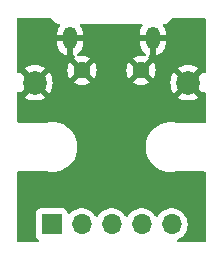
<source format=gbl>
G04 #@! TF.GenerationSoftware,KiCad,Pcbnew,(6.0.4-0)*
G04 #@! TF.CreationDate,2022-10-21T13:57:14+02:00*
G04 #@! TF.ProjectId,SL_MicroUSB-Breakout,534c5f4d-6963-4726-9f55-53422d427265,rev?*
G04 #@! TF.SameCoordinates,Original*
G04 #@! TF.FileFunction,Copper,L2,Bot*
G04 #@! TF.FilePolarity,Positive*
%FSLAX46Y46*%
G04 Gerber Fmt 4.6, Leading zero omitted, Abs format (unit mm)*
G04 Created by KiCad (PCBNEW (6.0.4-0)) date 2022-10-21 13:57:14*
%MOMM*%
%LPD*%
G01*
G04 APERTURE LIST*
G04 #@! TA.AperFunction,ComponentPad*
%ADD10O,1.200000X1.900000*%
G04 #@! TD*
G04 #@! TA.AperFunction,ComponentPad*
%ADD11C,1.450000*%
G04 #@! TD*
G04 #@! TA.AperFunction,ComponentPad*
%ADD12R,1.700000X1.700000*%
G04 #@! TD*
G04 #@! TA.AperFunction,ComponentPad*
%ADD13O,1.700000X1.700000*%
G04 #@! TD*
G04 #@! TA.AperFunction,ComponentPad*
%ADD14C,2.000000*%
G04 #@! TD*
G04 APERTURE END LIST*
D10*
X148500000Y-95762500D03*
X141500000Y-95762500D03*
D11*
X147500000Y-98462500D03*
X142500000Y-98462500D03*
D12*
X139925000Y-111500000D03*
D13*
X142465000Y-111500000D03*
X145005000Y-111500000D03*
X147545000Y-111500000D03*
X150085000Y-111500000D03*
D14*
X138500000Y-99500000D03*
X151500000Y-99500000D03*
G04 #@! TA.AperFunction,Conductor*
G36*
X139805303Y-94028502D02*
G01*
X139826277Y-94045405D01*
X140090182Y-94309310D01*
X140097799Y-94318846D01*
X140098169Y-94318531D01*
X140103984Y-94325364D01*
X140108776Y-94332958D01*
X140120799Y-94343576D01*
X140149116Y-94368585D01*
X140154803Y-94373931D01*
X140166255Y-94385383D01*
X140169846Y-94388074D01*
X140169848Y-94388076D01*
X140174630Y-94391660D01*
X140182473Y-94398045D01*
X140186821Y-94401885D01*
X140217951Y-94429378D01*
X140226078Y-94433194D01*
X140228534Y-94434807D01*
X140243547Y-94443829D01*
X140246118Y-94445237D01*
X140253296Y-94450616D01*
X140261696Y-94453765D01*
X140261698Y-94453766D01*
X140297640Y-94467239D01*
X140306943Y-94471159D01*
X140349800Y-94491281D01*
X140358669Y-94492662D01*
X140361495Y-94493526D01*
X140378399Y-94497960D01*
X140381275Y-94498592D01*
X140389684Y-94501745D01*
X140398634Y-94502410D01*
X140436906Y-94505254D01*
X140446952Y-94506408D01*
X140455575Y-94507751D01*
X140455578Y-94507751D01*
X140460386Y-94508500D01*
X140475906Y-94508500D01*
X140485243Y-94508846D01*
X140534941Y-94512539D01*
X140534830Y-94514038D01*
X140594590Y-94527247D01*
X140644624Y-94577617D01*
X140659483Y-94647041D01*
X140632716Y-94715725D01*
X140623263Y-94727695D01*
X140515079Y-94895241D01*
X140509583Y-94905845D01*
X140435039Y-95090812D01*
X140431645Y-95102270D01*
X140393143Y-95299428D01*
X140392066Y-95308291D01*
X140392000Y-95311000D01*
X140392000Y-95490385D01*
X140396475Y-95505624D01*
X140397865Y-95506829D01*
X140405548Y-95508500D01*
X142589885Y-95508500D01*
X142605124Y-95504025D01*
X142606329Y-95502635D01*
X142608000Y-95494952D01*
X142608000Y-95362668D01*
X142607715Y-95356692D01*
X142593529Y-95208006D01*
X142591270Y-95196272D01*
X142535128Y-95004901D01*
X142530698Y-94993825D01*
X142439381Y-94816522D01*
X142432931Y-94806476D01*
X142358981Y-94712333D01*
X142332631Y-94646407D01*
X142346106Y-94576701D01*
X142395128Y-94525346D01*
X142458067Y-94508500D01*
X147536481Y-94508500D01*
X147604602Y-94528502D01*
X147651095Y-94582158D01*
X147661199Y-94652432D01*
X147632226Y-94711923D01*
X147634377Y-94713622D01*
X147623262Y-94727696D01*
X147515079Y-94895241D01*
X147509583Y-94905845D01*
X147435039Y-95090812D01*
X147431645Y-95102270D01*
X147393143Y-95299428D01*
X147392066Y-95308291D01*
X147392000Y-95311000D01*
X147392000Y-95490385D01*
X147396475Y-95505624D01*
X147397865Y-95506829D01*
X147405548Y-95508500D01*
X149589885Y-95508500D01*
X149605124Y-95504025D01*
X149606329Y-95502635D01*
X149608000Y-95494952D01*
X149608000Y-95362668D01*
X149607715Y-95356692D01*
X149593529Y-95208006D01*
X149591270Y-95196272D01*
X149535128Y-95004901D01*
X149530698Y-94993825D01*
X149439381Y-94816522D01*
X149432931Y-94806476D01*
X149361199Y-94715157D01*
X149334849Y-94649232D01*
X149348324Y-94579525D01*
X149397345Y-94528170D01*
X149458938Y-94514306D01*
X149458800Y-94512074D01*
X149512508Y-94508742D01*
X149520310Y-94508500D01*
X149536513Y-94508500D01*
X149545429Y-94507223D01*
X149546878Y-94507016D01*
X149556928Y-94505987D01*
X149595216Y-94503611D01*
X149604177Y-94503055D01*
X149612623Y-94500006D01*
X149615514Y-94499407D01*
X149632480Y-94495178D01*
X149635305Y-94494352D01*
X149644187Y-94493080D01*
X149687298Y-94473478D01*
X149696649Y-94469672D01*
X149698475Y-94469013D01*
X149741181Y-94453596D01*
X149748429Y-94448301D01*
X149751027Y-94446920D01*
X149766145Y-94438085D01*
X149768614Y-94436506D01*
X149776782Y-94432792D01*
X149812653Y-94401884D01*
X149820569Y-94395599D01*
X149827615Y-94390452D01*
X149827620Y-94390447D01*
X149831552Y-94387575D01*
X149842527Y-94376600D01*
X149849375Y-94370242D01*
X149880323Y-94343576D01*
X149880324Y-94343575D01*
X149887127Y-94337713D01*
X149892011Y-94330178D01*
X149897451Y-94323942D01*
X149907056Y-94312071D01*
X150173724Y-94045404D01*
X150236036Y-94011379D01*
X150262819Y-94008500D01*
X152865500Y-94008500D01*
X152933621Y-94028502D01*
X152980114Y-94082158D01*
X152991500Y-94134500D01*
X152991500Y-98601013D01*
X152971498Y-98669134D01*
X152917842Y-98715627D01*
X152847568Y-98725731D01*
X152782988Y-98696237D01*
X152758068Y-98666849D01*
X152742567Y-98641554D01*
X152732110Y-98632093D01*
X152723334Y-98635876D01*
X151872022Y-99487188D01*
X151864408Y-99501132D01*
X151864539Y-99502965D01*
X151868790Y-99509580D01*
X152720290Y-100361080D01*
X152732670Y-100367840D01*
X152740319Y-100362114D01*
X152758068Y-100333151D01*
X152810716Y-100285520D01*
X152880757Y-100273914D01*
X152945955Y-100302018D01*
X152985608Y-100360909D01*
X152991500Y-100398987D01*
X152991500Y-102765500D01*
X152971498Y-102833621D01*
X152917842Y-102880114D01*
X152865500Y-102891500D01*
X150470249Y-102891500D01*
X150443407Y-102888608D01*
X150364933Y-102871498D01*
X150308736Y-102859245D01*
X150277685Y-102856801D01*
X150085718Y-102841693D01*
X150085709Y-102841693D01*
X150083261Y-102841500D01*
X149927729Y-102841500D01*
X149925593Y-102841646D01*
X149925582Y-102841646D01*
X149717452Y-102855835D01*
X149717446Y-102855836D01*
X149713175Y-102856127D01*
X149708980Y-102856996D01*
X149708978Y-102856996D01*
X149597345Y-102880114D01*
X149431658Y-102914426D01*
X149160657Y-103010393D01*
X149156848Y-103012359D01*
X149007855Y-103089260D01*
X148905188Y-103142250D01*
X148901687Y-103144711D01*
X148901683Y-103144713D01*
X148787582Y-103224905D01*
X148669977Y-103307559D01*
X148654892Y-103321577D01*
X148546974Y-103421861D01*
X148459378Y-103503260D01*
X148277287Y-103725732D01*
X148127073Y-103970858D01*
X148011517Y-104234102D01*
X147932756Y-104510594D01*
X147892249Y-104795216D01*
X147892227Y-104799505D01*
X147892226Y-104799512D01*
X147890765Y-105078417D01*
X147890743Y-105082703D01*
X147928268Y-105367734D01*
X148004129Y-105645036D01*
X148116923Y-105909476D01*
X148264561Y-106156161D01*
X148444313Y-106380528D01*
X148652851Y-106578423D01*
X148886317Y-106746186D01*
X148890112Y-106748195D01*
X148890113Y-106748196D01*
X148911869Y-106759715D01*
X149140392Y-106880712D01*
X149410373Y-106979511D01*
X149691264Y-107040755D01*
X149716270Y-107042723D01*
X149914282Y-107058307D01*
X149914291Y-107058307D01*
X149916739Y-107058500D01*
X150072271Y-107058500D01*
X150074407Y-107058354D01*
X150074418Y-107058354D01*
X150282548Y-107044165D01*
X150282554Y-107044164D01*
X150286825Y-107043873D01*
X150291020Y-107043004D01*
X150291022Y-107043004D01*
X150444994Y-107011118D01*
X150470545Y-107008500D01*
X152865500Y-107008500D01*
X152933621Y-107028502D01*
X152980114Y-107082158D01*
X152991500Y-107134500D01*
X152991500Y-112865500D01*
X152971498Y-112933621D01*
X152917842Y-112980114D01*
X152865500Y-112991500D01*
X150672160Y-112991500D01*
X150604039Y-112971498D01*
X150557546Y-112917842D01*
X150547442Y-112847568D01*
X150576936Y-112782988D01*
X150616728Y-112752349D01*
X150778346Y-112673173D01*
X150782994Y-112670896D01*
X150964860Y-112541173D01*
X151123096Y-112383489D01*
X151253453Y-112202077D01*
X151274320Y-112159857D01*
X151350136Y-112006453D01*
X151350137Y-112006451D01*
X151352430Y-112001811D01*
X151417370Y-111788069D01*
X151446529Y-111566590D01*
X151448156Y-111500000D01*
X151429852Y-111277361D01*
X151375431Y-111060702D01*
X151286354Y-110855840D01*
X151165014Y-110668277D01*
X151014670Y-110503051D01*
X151010619Y-110499852D01*
X151010615Y-110499848D01*
X150843414Y-110367800D01*
X150843410Y-110367798D01*
X150839359Y-110364598D01*
X150643789Y-110256638D01*
X150638920Y-110254914D01*
X150638916Y-110254912D01*
X150438087Y-110183795D01*
X150438083Y-110183794D01*
X150433212Y-110182069D01*
X150428119Y-110181162D01*
X150428116Y-110181161D01*
X150218373Y-110143800D01*
X150218367Y-110143799D01*
X150213284Y-110142894D01*
X150139452Y-110141992D01*
X149995081Y-110140228D01*
X149995079Y-110140228D01*
X149989911Y-110140165D01*
X149769091Y-110173955D01*
X149556756Y-110243357D01*
X149358607Y-110346507D01*
X149354474Y-110349610D01*
X149354471Y-110349612D01*
X149184100Y-110477530D01*
X149179965Y-110480635D01*
X149176393Y-110484373D01*
X149068729Y-110597037D01*
X149025629Y-110642138D01*
X148918201Y-110799621D01*
X148863293Y-110844621D01*
X148792768Y-110852792D01*
X148729021Y-110821538D01*
X148708324Y-110797054D01*
X148627822Y-110672617D01*
X148627820Y-110672614D01*
X148625014Y-110668277D01*
X148474670Y-110503051D01*
X148470619Y-110499852D01*
X148470615Y-110499848D01*
X148303414Y-110367800D01*
X148303410Y-110367798D01*
X148299359Y-110364598D01*
X148103789Y-110256638D01*
X148098920Y-110254914D01*
X148098916Y-110254912D01*
X147898087Y-110183795D01*
X147898083Y-110183794D01*
X147893212Y-110182069D01*
X147888119Y-110181162D01*
X147888116Y-110181161D01*
X147678373Y-110143800D01*
X147678367Y-110143799D01*
X147673284Y-110142894D01*
X147599452Y-110141992D01*
X147455081Y-110140228D01*
X147455079Y-110140228D01*
X147449911Y-110140165D01*
X147229091Y-110173955D01*
X147016756Y-110243357D01*
X146818607Y-110346507D01*
X146814474Y-110349610D01*
X146814471Y-110349612D01*
X146644100Y-110477530D01*
X146639965Y-110480635D01*
X146636393Y-110484373D01*
X146528729Y-110597037D01*
X146485629Y-110642138D01*
X146378201Y-110799621D01*
X146323293Y-110844621D01*
X146252768Y-110852792D01*
X146189021Y-110821538D01*
X146168324Y-110797054D01*
X146087822Y-110672617D01*
X146087820Y-110672614D01*
X146085014Y-110668277D01*
X145934670Y-110503051D01*
X145930619Y-110499852D01*
X145930615Y-110499848D01*
X145763414Y-110367800D01*
X145763410Y-110367798D01*
X145759359Y-110364598D01*
X145563789Y-110256638D01*
X145558920Y-110254914D01*
X145558916Y-110254912D01*
X145358087Y-110183795D01*
X145358083Y-110183794D01*
X145353212Y-110182069D01*
X145348119Y-110181162D01*
X145348116Y-110181161D01*
X145138373Y-110143800D01*
X145138367Y-110143799D01*
X145133284Y-110142894D01*
X145059452Y-110141992D01*
X144915081Y-110140228D01*
X144915079Y-110140228D01*
X144909911Y-110140165D01*
X144689091Y-110173955D01*
X144476756Y-110243357D01*
X144278607Y-110346507D01*
X144274474Y-110349610D01*
X144274471Y-110349612D01*
X144104100Y-110477530D01*
X144099965Y-110480635D01*
X144096393Y-110484373D01*
X143988729Y-110597037D01*
X143945629Y-110642138D01*
X143838201Y-110799621D01*
X143783293Y-110844621D01*
X143712768Y-110852792D01*
X143649021Y-110821538D01*
X143628324Y-110797054D01*
X143547822Y-110672617D01*
X143547820Y-110672614D01*
X143545014Y-110668277D01*
X143394670Y-110503051D01*
X143390619Y-110499852D01*
X143390615Y-110499848D01*
X143223414Y-110367800D01*
X143223410Y-110367798D01*
X143219359Y-110364598D01*
X143023789Y-110256638D01*
X143018920Y-110254914D01*
X143018916Y-110254912D01*
X142818087Y-110183795D01*
X142818083Y-110183794D01*
X142813212Y-110182069D01*
X142808119Y-110181162D01*
X142808116Y-110181161D01*
X142598373Y-110143800D01*
X142598367Y-110143799D01*
X142593284Y-110142894D01*
X142519452Y-110141992D01*
X142375081Y-110140228D01*
X142375079Y-110140228D01*
X142369911Y-110140165D01*
X142149091Y-110173955D01*
X141936756Y-110243357D01*
X141738607Y-110346507D01*
X141734474Y-110349610D01*
X141734471Y-110349612D01*
X141564100Y-110477530D01*
X141559965Y-110480635D01*
X141503537Y-110539684D01*
X141479283Y-110565064D01*
X141417759Y-110600494D01*
X141346846Y-110597037D01*
X141289060Y-110555791D01*
X141270207Y-110522243D01*
X141228767Y-110411703D01*
X141225615Y-110403295D01*
X141138261Y-110286739D01*
X141021705Y-110199385D01*
X140885316Y-110148255D01*
X140823134Y-110141500D01*
X139026866Y-110141500D01*
X138964684Y-110148255D01*
X138828295Y-110199385D01*
X138711739Y-110286739D01*
X138624385Y-110403295D01*
X138573255Y-110539684D01*
X138566500Y-110601866D01*
X138566500Y-112398134D01*
X138573255Y-112460316D01*
X138624385Y-112596705D01*
X138711739Y-112713261D01*
X138718919Y-112718642D01*
X138718920Y-112718643D01*
X138780339Y-112764674D01*
X138822854Y-112821533D01*
X138827880Y-112892352D01*
X138793820Y-112954645D01*
X138731489Y-112988635D01*
X138704774Y-112991500D01*
X137134500Y-112991500D01*
X137066379Y-112971498D01*
X137019886Y-112917842D01*
X137008500Y-112865500D01*
X137008500Y-107134500D01*
X137028502Y-107066379D01*
X137082158Y-107019886D01*
X137134500Y-107008500D01*
X139529751Y-107008500D01*
X139556593Y-107011392D01*
X139691264Y-107040755D01*
X139716270Y-107042723D01*
X139914282Y-107058307D01*
X139914291Y-107058307D01*
X139916739Y-107058500D01*
X140072271Y-107058500D01*
X140074407Y-107058354D01*
X140074418Y-107058354D01*
X140282548Y-107044165D01*
X140282554Y-107044164D01*
X140286825Y-107043873D01*
X140291020Y-107043004D01*
X140291022Y-107043004D01*
X140427583Y-107014724D01*
X140568342Y-106985574D01*
X140839343Y-106889607D01*
X141094812Y-106757750D01*
X141098313Y-106755289D01*
X141098317Y-106755287D01*
X141242782Y-106653755D01*
X141330023Y-106592441D01*
X141540622Y-106396740D01*
X141722713Y-106174268D01*
X141872927Y-105929142D01*
X141988483Y-105665898D01*
X142067244Y-105389406D01*
X142107751Y-105104784D01*
X142107845Y-105086951D01*
X142109235Y-104821583D01*
X142109235Y-104821576D01*
X142109257Y-104817297D01*
X142071732Y-104532266D01*
X141995871Y-104254964D01*
X141883077Y-103990524D01*
X141808527Y-103865960D01*
X141737643Y-103747521D01*
X141737640Y-103747517D01*
X141735439Y-103743839D01*
X141555687Y-103519472D01*
X141347149Y-103321577D01*
X141113683Y-103153814D01*
X141106858Y-103150200D01*
X141041674Y-103115687D01*
X140859608Y-103019288D01*
X140589627Y-102920489D01*
X140308736Y-102859245D01*
X140277685Y-102856801D01*
X140085718Y-102841693D01*
X140085709Y-102841693D01*
X140083261Y-102841500D01*
X139927729Y-102841500D01*
X139925593Y-102841646D01*
X139925582Y-102841646D01*
X139717452Y-102855835D01*
X139717446Y-102855836D01*
X139713175Y-102856127D01*
X139708980Y-102856996D01*
X139708978Y-102856996D01*
X139555006Y-102888882D01*
X139529455Y-102891500D01*
X137134500Y-102891500D01*
X137066379Y-102871498D01*
X137019886Y-102817842D01*
X137008500Y-102765500D01*
X137008500Y-100732670D01*
X137632160Y-100732670D01*
X137637887Y-100740320D01*
X137809042Y-100845205D01*
X137817837Y-100849687D01*
X138027988Y-100936734D01*
X138037373Y-100939783D01*
X138258554Y-100992885D01*
X138268301Y-100994428D01*
X138495070Y-101012275D01*
X138504930Y-101012275D01*
X138731699Y-100994428D01*
X138741446Y-100992885D01*
X138962627Y-100939783D01*
X138972012Y-100936734D01*
X139182163Y-100849687D01*
X139190958Y-100845205D01*
X139358445Y-100742568D01*
X139367400Y-100732670D01*
X150632160Y-100732670D01*
X150637887Y-100740320D01*
X150809042Y-100845205D01*
X150817837Y-100849687D01*
X151027988Y-100936734D01*
X151037373Y-100939783D01*
X151258554Y-100992885D01*
X151268301Y-100994428D01*
X151495070Y-101012275D01*
X151504930Y-101012275D01*
X151731699Y-100994428D01*
X151741446Y-100992885D01*
X151962627Y-100939783D01*
X151972012Y-100936734D01*
X152182163Y-100849687D01*
X152190958Y-100845205D01*
X152358445Y-100742568D01*
X152367907Y-100732110D01*
X152364124Y-100723334D01*
X151512812Y-99872022D01*
X151498868Y-99864408D01*
X151497035Y-99864539D01*
X151490420Y-99868790D01*
X150638920Y-100720290D01*
X150632160Y-100732670D01*
X139367400Y-100732670D01*
X139367907Y-100732110D01*
X139364124Y-100723334D01*
X138512812Y-99872022D01*
X138498868Y-99864408D01*
X138497035Y-99864539D01*
X138490420Y-99868790D01*
X137638920Y-100720290D01*
X137632160Y-100732670D01*
X137008500Y-100732670D01*
X137008500Y-100398987D01*
X137028502Y-100330866D01*
X137082158Y-100284373D01*
X137152432Y-100274269D01*
X137217012Y-100303763D01*
X137241932Y-100333151D01*
X137257433Y-100358446D01*
X137267890Y-100367907D01*
X137276666Y-100364124D01*
X138127978Y-99512812D01*
X138134356Y-99501132D01*
X138864408Y-99501132D01*
X138864539Y-99502965D01*
X138868790Y-99509580D01*
X139720290Y-100361080D01*
X139732670Y-100367840D01*
X139740320Y-100362113D01*
X139845205Y-100190958D01*
X139849687Y-100182163D01*
X139936734Y-99972012D01*
X139939783Y-99962627D01*
X139992885Y-99741446D01*
X139994428Y-99731699D01*
X140012275Y-99504930D01*
X140012275Y-99495070D01*
X140012247Y-99494711D01*
X141832344Y-99494711D01*
X141841640Y-99506726D01*
X141876637Y-99531231D01*
X141886132Y-99536714D01*
X142071696Y-99623244D01*
X142081988Y-99626990D01*
X142279759Y-99679982D01*
X142290554Y-99681885D01*
X142494525Y-99699731D01*
X142505475Y-99699731D01*
X142709446Y-99681885D01*
X142720241Y-99679982D01*
X142918012Y-99626990D01*
X142928304Y-99623244D01*
X143113868Y-99536714D01*
X143123363Y-99531231D01*
X143159197Y-99506140D01*
X143167573Y-99495661D01*
X143167074Y-99494711D01*
X146832344Y-99494711D01*
X146841640Y-99506726D01*
X146876637Y-99531231D01*
X146886132Y-99536714D01*
X147071696Y-99623244D01*
X147081988Y-99626990D01*
X147279759Y-99679982D01*
X147290554Y-99681885D01*
X147494525Y-99699731D01*
X147505475Y-99699731D01*
X147709446Y-99681885D01*
X147720241Y-99679982D01*
X147918012Y-99626990D01*
X147928304Y-99623244D01*
X148113868Y-99536714D01*
X148123363Y-99531231D01*
X148159197Y-99506140D01*
X148160164Y-99504930D01*
X149987725Y-99504930D01*
X150005572Y-99731699D01*
X150007115Y-99741446D01*
X150060217Y-99962627D01*
X150063266Y-99972012D01*
X150150313Y-100182163D01*
X150154795Y-100190958D01*
X150257432Y-100358445D01*
X150267890Y-100367907D01*
X150276666Y-100364124D01*
X151127978Y-99512812D01*
X151135592Y-99498868D01*
X151135461Y-99497035D01*
X151131210Y-99490420D01*
X150279710Y-98638920D01*
X150267330Y-98632160D01*
X150259680Y-98637887D01*
X150154795Y-98809042D01*
X150150313Y-98817837D01*
X150063266Y-99027988D01*
X150060217Y-99037373D01*
X150007115Y-99258554D01*
X150005572Y-99268301D01*
X149987725Y-99495070D01*
X149987725Y-99504930D01*
X148160164Y-99504930D01*
X148167573Y-99495661D01*
X148160505Y-99482215D01*
X147512812Y-98834522D01*
X147498868Y-98826908D01*
X147497035Y-98827039D01*
X147490420Y-98831290D01*
X146838774Y-99482936D01*
X146832344Y-99494711D01*
X143167074Y-99494711D01*
X143160505Y-99482215D01*
X142512812Y-98834522D01*
X142498868Y-98826908D01*
X142497035Y-98827039D01*
X142490420Y-98831290D01*
X141838774Y-99482936D01*
X141832344Y-99494711D01*
X140012247Y-99494711D01*
X139994428Y-99268301D01*
X139992885Y-99258554D01*
X139939783Y-99037373D01*
X139936734Y-99027988D01*
X139849687Y-98817837D01*
X139845205Y-98809042D01*
X139742568Y-98641555D01*
X139732110Y-98632093D01*
X139723334Y-98635876D01*
X138872022Y-99487188D01*
X138864408Y-99501132D01*
X138134356Y-99501132D01*
X138135592Y-99498868D01*
X138135461Y-99497035D01*
X138131210Y-99490420D01*
X137279710Y-98638920D01*
X137267330Y-98632160D01*
X137259681Y-98637886D01*
X137241932Y-98666849D01*
X137189284Y-98714480D01*
X137119243Y-98726086D01*
X137054045Y-98697982D01*
X137014392Y-98639091D01*
X137008500Y-98601013D01*
X137008500Y-98267890D01*
X137632093Y-98267890D01*
X137635876Y-98276666D01*
X138487188Y-99127978D01*
X138501132Y-99135592D01*
X138502965Y-99135461D01*
X138509580Y-99131210D01*
X139172815Y-98467975D01*
X141262769Y-98467975D01*
X141280615Y-98671946D01*
X141282518Y-98682741D01*
X141335510Y-98880512D01*
X141339256Y-98890804D01*
X141425786Y-99076368D01*
X141431269Y-99085863D01*
X141456360Y-99121697D01*
X141466839Y-99130073D01*
X141480285Y-99123005D01*
X142127978Y-98475312D01*
X142134356Y-98463632D01*
X142864408Y-98463632D01*
X142864539Y-98465465D01*
X142868790Y-98472080D01*
X143520436Y-99123726D01*
X143532211Y-99130156D01*
X143544226Y-99120860D01*
X143568731Y-99085863D01*
X143574214Y-99076368D01*
X143660744Y-98890804D01*
X143664490Y-98880512D01*
X143717482Y-98682741D01*
X143719385Y-98671946D01*
X143737231Y-98467975D01*
X146262769Y-98467975D01*
X146280615Y-98671946D01*
X146282518Y-98682741D01*
X146335510Y-98880512D01*
X146339256Y-98890804D01*
X146425786Y-99076368D01*
X146431269Y-99085863D01*
X146456360Y-99121697D01*
X146466839Y-99130073D01*
X146480285Y-99123005D01*
X147127978Y-98475312D01*
X147134356Y-98463632D01*
X147864408Y-98463632D01*
X147864539Y-98465465D01*
X147868790Y-98472080D01*
X148520436Y-99123726D01*
X148532211Y-99130156D01*
X148544226Y-99120860D01*
X148568731Y-99085863D01*
X148574214Y-99076368D01*
X148660744Y-98890804D01*
X148664490Y-98880512D01*
X148717482Y-98682741D01*
X148719385Y-98671946D01*
X148737231Y-98467975D01*
X148737231Y-98457025D01*
X148720683Y-98267890D01*
X150632093Y-98267890D01*
X150635876Y-98276666D01*
X151487188Y-99127978D01*
X151501132Y-99135592D01*
X151502965Y-99135461D01*
X151509580Y-99131210D01*
X152361080Y-98279710D01*
X152367840Y-98267330D01*
X152362113Y-98259680D01*
X152190958Y-98154795D01*
X152182163Y-98150313D01*
X151972012Y-98063266D01*
X151962627Y-98060217D01*
X151741446Y-98007115D01*
X151731699Y-98005572D01*
X151504930Y-97987725D01*
X151495070Y-97987725D01*
X151268301Y-98005572D01*
X151258554Y-98007115D01*
X151037373Y-98060217D01*
X151027988Y-98063266D01*
X150817837Y-98150313D01*
X150809042Y-98154795D01*
X150641555Y-98257432D01*
X150632093Y-98267890D01*
X148720683Y-98267890D01*
X148719385Y-98253054D01*
X148717482Y-98242259D01*
X148664490Y-98044488D01*
X148660744Y-98034196D01*
X148574214Y-97848632D01*
X148568731Y-97839137D01*
X148543640Y-97803303D01*
X148533161Y-97794927D01*
X148519715Y-97801995D01*
X147872022Y-98449688D01*
X147864408Y-98463632D01*
X147134356Y-98463632D01*
X147135592Y-98461368D01*
X147135461Y-98459535D01*
X147131210Y-98452920D01*
X146479564Y-97801274D01*
X146467789Y-97794844D01*
X146455774Y-97804140D01*
X146431269Y-97839137D01*
X146425786Y-97848632D01*
X146339256Y-98034196D01*
X146335510Y-98044488D01*
X146282518Y-98242259D01*
X146280615Y-98253054D01*
X146262769Y-98457025D01*
X146262769Y-98467975D01*
X143737231Y-98467975D01*
X143737231Y-98457025D01*
X143719385Y-98253054D01*
X143717482Y-98242259D01*
X143664490Y-98044488D01*
X143660744Y-98034196D01*
X143574214Y-97848632D01*
X143568731Y-97839137D01*
X143543640Y-97803303D01*
X143533161Y-97794927D01*
X143519715Y-97801995D01*
X142872022Y-98449688D01*
X142864408Y-98463632D01*
X142134356Y-98463632D01*
X142135592Y-98461368D01*
X142135461Y-98459535D01*
X142131210Y-98452920D01*
X141479564Y-97801274D01*
X141467789Y-97794844D01*
X141455774Y-97804140D01*
X141431269Y-97839137D01*
X141425786Y-97848632D01*
X141339256Y-98034196D01*
X141335510Y-98044488D01*
X141282518Y-98242259D01*
X141280615Y-98253054D01*
X141262769Y-98457025D01*
X141262769Y-98467975D01*
X139172815Y-98467975D01*
X139361080Y-98279710D01*
X139367840Y-98267330D01*
X139362113Y-98259680D01*
X139190958Y-98154795D01*
X139182163Y-98150313D01*
X138972012Y-98063266D01*
X138962627Y-98060217D01*
X138741446Y-98007115D01*
X138731699Y-98005572D01*
X138504930Y-97987725D01*
X138495070Y-97987725D01*
X138268301Y-98005572D01*
X138258554Y-98007115D01*
X138037373Y-98060217D01*
X138027988Y-98063266D01*
X137817837Y-98150313D01*
X137809042Y-98154795D01*
X137641555Y-98257432D01*
X137632093Y-98267890D01*
X137008500Y-98267890D01*
X137008500Y-96162332D01*
X140392000Y-96162332D01*
X140392285Y-96168308D01*
X140406471Y-96316994D01*
X140408730Y-96328728D01*
X140464872Y-96520099D01*
X140469302Y-96531175D01*
X140560619Y-96708478D01*
X140567069Y-96718524D01*
X140690262Y-96875357D01*
X140698499Y-96884006D01*
X140849123Y-97014712D01*
X140858847Y-97021647D01*
X141031467Y-97121510D01*
X141042331Y-97126484D01*
X141230727Y-97191907D01*
X141231716Y-97192148D01*
X141242008Y-97190680D01*
X141246000Y-97177115D01*
X141246000Y-97172902D01*
X141754000Y-97172902D01*
X141757973Y-97186432D01*
X141786938Y-97190596D01*
X141851519Y-97220089D01*
X141889903Y-97279815D01*
X141889903Y-97350812D01*
X141851520Y-97410538D01*
X141841280Y-97418525D01*
X141840805Y-97418858D01*
X141832427Y-97429339D01*
X141839495Y-97442785D01*
X142487188Y-98090478D01*
X142501132Y-98098092D01*
X142502965Y-98097961D01*
X142509580Y-98093710D01*
X143161226Y-97442064D01*
X143167656Y-97430289D01*
X143166921Y-97429339D01*
X146832427Y-97429339D01*
X146839495Y-97442785D01*
X147487188Y-98090478D01*
X147501132Y-98098092D01*
X147502965Y-98097961D01*
X147509580Y-98093710D01*
X148161226Y-97442064D01*
X148167656Y-97430289D01*
X148146651Y-97403139D01*
X148147868Y-97402197D01*
X148119390Y-97366570D01*
X148112080Y-97295951D01*
X148144111Y-97232590D01*
X148205312Y-97196605D01*
X148218201Y-97194075D01*
X148242008Y-97190680D01*
X148246000Y-97177115D01*
X148246000Y-97172902D01*
X148754000Y-97172902D01*
X148757973Y-97186433D01*
X148767399Y-97187788D01*
X148856537Y-97166306D01*
X148867832Y-97162417D01*
X149049382Y-97079871D01*
X149059724Y-97073924D01*
X149222397Y-96958532D01*
X149231425Y-96950739D01*
X149369342Y-96806669D01*
X149376738Y-96797304D01*
X149484921Y-96629759D01*
X149490417Y-96619155D01*
X149564961Y-96434188D01*
X149568355Y-96422730D01*
X149606857Y-96225572D01*
X149607934Y-96216709D01*
X149608000Y-96214000D01*
X149608000Y-96034615D01*
X149603525Y-96019376D01*
X149602135Y-96018171D01*
X149594452Y-96016500D01*
X148772115Y-96016500D01*
X148756876Y-96020975D01*
X148755671Y-96022365D01*
X148754000Y-96030048D01*
X148754000Y-97172902D01*
X148246000Y-97172902D01*
X148246000Y-96034615D01*
X148241525Y-96019376D01*
X148240135Y-96018171D01*
X148232452Y-96016500D01*
X147410115Y-96016500D01*
X147394876Y-96020975D01*
X147393671Y-96022365D01*
X147392000Y-96030048D01*
X147392000Y-96162332D01*
X147392285Y-96168308D01*
X147406471Y-96316994D01*
X147408730Y-96328728D01*
X147464872Y-96520099D01*
X147469302Y-96531175D01*
X147560619Y-96708478D01*
X147567069Y-96718524D01*
X147690262Y-96875357D01*
X147698499Y-96884006D01*
X147849123Y-97014712D01*
X147858847Y-97021647D01*
X147872032Y-97029275D01*
X147920981Y-97080700D01*
X147934356Y-97150426D01*
X147907911Y-97216314D01*
X147850043Y-97257445D01*
X147776326Y-97260046D01*
X147720241Y-97245018D01*
X147709446Y-97243115D01*
X147505475Y-97225269D01*
X147494525Y-97225269D01*
X147290554Y-97243115D01*
X147279759Y-97245018D01*
X147081988Y-97298010D01*
X147071696Y-97301756D01*
X146886132Y-97388286D01*
X146876637Y-97393769D01*
X146840803Y-97418860D01*
X146832427Y-97429339D01*
X143166921Y-97429339D01*
X143158360Y-97418274D01*
X143123363Y-97393769D01*
X143113868Y-97388286D01*
X142928304Y-97301756D01*
X142918012Y-97298010D01*
X142720241Y-97245018D01*
X142709446Y-97243115D01*
X142505475Y-97225269D01*
X142494525Y-97225269D01*
X142290554Y-97243115D01*
X142279762Y-97245018D01*
X142216656Y-97261927D01*
X142145679Y-97260237D01*
X142086883Y-97220443D01*
X142058935Y-97155179D01*
X142070708Y-97085165D01*
X142111144Y-97037451D01*
X142222390Y-96958538D01*
X142231425Y-96950739D01*
X142369342Y-96806669D01*
X142376738Y-96797304D01*
X142484921Y-96629759D01*
X142490417Y-96619155D01*
X142564961Y-96434188D01*
X142568355Y-96422730D01*
X142606857Y-96225572D01*
X142607934Y-96216709D01*
X142608000Y-96214000D01*
X142608000Y-96034615D01*
X142603525Y-96019376D01*
X142602135Y-96018171D01*
X142594452Y-96016500D01*
X141772115Y-96016500D01*
X141756876Y-96020975D01*
X141755671Y-96022365D01*
X141754000Y-96030048D01*
X141754000Y-97172902D01*
X141246000Y-97172902D01*
X141246000Y-96034615D01*
X141241525Y-96019376D01*
X141240135Y-96018171D01*
X141232452Y-96016500D01*
X140410115Y-96016500D01*
X140394876Y-96020975D01*
X140393671Y-96022365D01*
X140392000Y-96030048D01*
X140392000Y-96162332D01*
X137008500Y-96162332D01*
X137008500Y-94134500D01*
X137028502Y-94066379D01*
X137082158Y-94019886D01*
X137134500Y-94008500D01*
X139737182Y-94008500D01*
X139805303Y-94028502D01*
G37*
G04 #@! TD.AperFunction*
M02*

</source>
